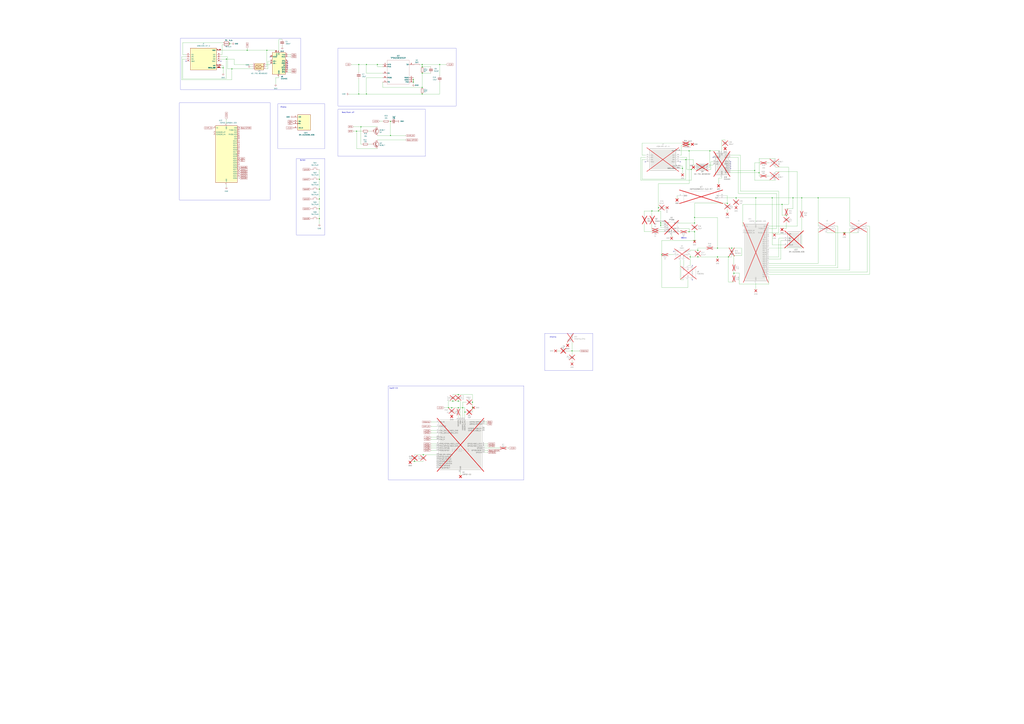
<source format=kicad_sch>
(kicad_sch (version 20250114) (generator "eeschema") (generator_version "9.0")
  (paper "A0")
  (rectangle (start 208.28 119.38) (end 313.69 232.41))
  (rectangle (start 392.43 127) (end 494.03 181.61))
  (rectangle (start 450.85 448.31) (end 608.33 557.53))
  (rectangle (start 344.17 184.15) (end 377.19 273.05))
  (rectangle (start 392.43 55.88) (end 529.59 123.19))
  (rectangle (start 209.55 44.45) (end 349.25 104.14))
  (rectangle (start 322.58 120.65) (end 377.19 172.72))
  (rectangle (start 632.46 387.35) (end 688.34 430.53))
  (text "Button" (at 351.536 186.182 0) (effects (font (size 1.27 1.27))))
  (text "580mA" (at 794.004 276.606 0) (effects (font (size 1.27 1.27))))
  (text "Antenna\n" (at 642.112 391.668 0) (effects (font (size 1.27 1.27))))
  (text "Boot/Start-UP" (at 404.114 130.81 0) (effects (font (size 1.27 1.27))))
  (text "Display" (at 329.184 124.46 0) (effects (font (size 1.27 1.27))))
  (text "Esp32-C3" (at 456.946 451.104 0) (effects (font (size 1.27 1.27))))
  (junction (at 801.37 298.45))
  (junction (at 490.22 77.47))
  (junction (at 767.08 261.62))
  (junction (at 262.89 68.58))
  (junction (at 800.1 167.64))
  (junction (at 896.62 229.87))
  (junction (at 806.45 252.73))
  (junction (at 806.45 279.4))
  (junction (at 370.84 254))
  (junction (at 453.39 140.97))
  (junction (at 491.49 528.32))
  (junction (at 806.45 269.24))
  (junction (at 833.12 288.29))
  (junction (at 548.64 473.71))
  (junction (at 520.7 473.71))
  (junction (at 881.38 200.66))
  (junction (at 854.71 229.87))
  (junction (at 913.13 250.19))
  (junction (at 980.44 270.51))
  (junction (at 920.75 229.87))
  (junction (at 370.84 231.14))
  (junction (at 490.22 85.09))
  (junction (at 537.21 473.71))
  (junction (at 490.22 74.93))
  (junction (at 416.56 74.93))
  (junction (at 792.48 195.58))
  (junction (at 438.15 74.93))
  (junction (at 852.17 317.5))
  (junction (at 481.33 535.94))
  (junction (at 810.26 298.45))
  (junction (at 414.02 152.4))
  (junction (at 480.06 95.25))
  (junction (at 930.91 229.87))
  (junction (at 370.84 242.57))
  (junction (at 876.3 198.12))
  (junction (at 796.29 185.42))
  (junction (at 425.45 74.93))
  (junction (at 419.1 147.32))
  (junction (at 800.1 175.26))
  (junction (at 767.08 259.08))
  (junction (at 525.78 466.09))
  (junction (at 806.45 259.08))
  (junction (at 532.13 466.09))
  (junction (at 849.63 288.29))
  (junction (at 824.23 175.26))
  (junction (at 844.55 236.22))
  (junction (at 764.54 245.11))
  (junction (at 287.02 58.42))
  (junction (at 532.13 458.47))
  (junction (at 539.75 478.79))
  (junction (at 266.7 50.8))
  (junction (at 802.64 196.85))
  (junction (at 800.1 269.24))
  (junction (at 877.57 229.87))
  (junction (at 664.21 407.67))
  (junction (at 269.24 80.01))
  (junction (at 810.26 290.83))
  (junction (at 756.92 245.11))
  (junction (at 949.96 229.87))
  (junction (at 548.64 467.36))
  (junction (at 259.08 78.74))
  (junction (at 845.82 298.45))
  (junction (at 764.54 241.3))
  (junction (at 532.13 473.71))
  (junction (at 425.45 109.22))
  (junction (at 480.06 92.71))
  (junction (at 309.88 58.42))
  (junction (at 524.51 473.71))
  (junction (at 370.84 208.28))
  (junction (at 490.22 109.22))
  (junction (at 490.22 101.6))
  (junction (at 908.05 237.49))
  (junction (at 416.56 109.22))
  (junction (at 510.54 74.93))
  (junction (at 768.35 295.91))
  (junction (at 833.12 298.45))
  (junction (at 453.39 157.48))
  (junction (at 370.84 219.71))
  (no_connect (at 803.91 308.61))
  (no_connect (at 334.01 76.2))
  (no_connect (at 256.54 71.12))
  (no_connect (at 215.9 71.12))
  (no_connect (at 848.36 187.96))
  (no_connect (at 828.04 182.88))
  (no_connect (at 848.36 195.58))
  (no_connect (at 334.01 71.12))
  (no_connect (at 789.94 187.96))
  (no_connect (at 749.3 187.96))
  (no_connect (at 334.01 73.66))
  (no_connect (at 803.91 325.12))
  (no_connect (at 848.36 190.5))
  (no_connect (at 334.01 78.74))
  (no_connect (at 848.36 193.04))
  (no_connect (at 782.32 292.1))
  (no_connect (at 313.69 66.04))
  (wire (pts (xy 789.94 182.88) (xy 797.56 182.88)))
  (wire (pts (xy 767.08 245.11) (xy 767.08 259.08)))
  (wire (pts (xy 416.56 74.93) (xy 416.56 83.82)))
  (wire (pts (xy 480.06 97.79) (xy 480.06 95.25)))
  (wire (pts (xy 906.78 300.99) (xy 906.78 279.4)))
  (wire (pts (xy 490.22 77.47) (xy 490.22 74.93)))
  (wire (pts (xy 212.09 68.58) (xy 212.09 91.44)))
  (wire (pts (xy 854.71 229.87) (xy 854.71 231.14)))
  (wire (pts (xy 500.38 510.54) (xy 506.73 510.54)))
  (wire (pts (xy 262.89 138.43) (xy 262.89 143.51)))
  (wire (pts (xy 972.82 311.15) (xy 892.81 311.15)))
  (wire (pts (xy 901.7 265.43) (xy 892.81 265.43)))
  (wire (pts (xy 262.89 91.44) (xy 262.89 68.58)))
  (wire (pts (xy 920.75 229.87) (xy 930.91 229.87)))
  (wire (pts (xy 256.54 63.5) (xy 257.81 63.5)))
  (wire (pts (xy 798.83 325.12) (xy 798.83 334.01)))
  (wire (pts (xy 562.61 520.7) (xy 580.39 520.7)))
  (wire (pts (xy 949.96 306.07) (xy 892.81 306.07)))
  (wire (pts (xy 1009.65 318.77) (xy 892.81 318.77)))
  (wire (pts (xy 800.1 269.24) (xy 806.45 269.24)))
  (wire (pts (xy 427.99 167.64) (xy 430.53 167.64)))
  (wire (pts (xy 510.54 74.93) (xy 518.16 74.93)))
  (wire (pts (xy 876.3 198.12) (xy 876.3 209.55)))
  (wire (pts (xy 370.84 260.35) (xy 370.84 254)))
  (wire (pts (xy 980.44 270.51) (xy 996.95 270.51)))
  (wire (pts (xy 892.81 300.99) (xy 906.78 300.99)))
  (wire (pts (xy 908.05 237.49) (xy 862.33 237.49)))
  (wire (pts (xy 904.24 276.86) (xy 909.32 276.86)))
  (wire (pts (xy 290.83 77.47) (xy 293.37 77.47)))
  (wire (pts (xy 490.22 85.09) (xy 500.38 85.09)))
  (wire (pts (xy 438.15 162.56) (xy 471.17 162.56)))
  (wire (pts (xy 890.27 204.47) (xy 892.81 204.47)))
  (wire (pts (xy 806.45 269.24) (xy 806.45 267.97)))
  (wire (pts (xy 257.81 52.07) (xy 259.08 52.07)))
  (wire (pts (xy 838.2 205.74) (xy 838.2 207.01)))
  (wire (pts (xy 792.48 193.04) (xy 792.48 195.58)))
  (wire (pts (xy 789.94 193.04) (xy 792.48 193.04)))
  (wire (pts (xy 673.1 407.67) (xy 664.21 407.67)))
  (wire (pts (xy 881.38 204.47) (xy 882.65 204.47)))
  (wire (pts (xy 323.85 45.72) (xy 323.85 58.42)))
  (wire (pts (xy 1009.65 262.89) (xy 1009.65 318.77)))
  (wire (pts (xy 908.05 265.43) (xy 913.13 265.43)))
  (wire (pts (xy 420.37 152.4) (xy 414.02 152.4)))
  (wire (pts (xy 882.65 189.23) (xy 876.3 189.23)))
  (wire (pts (xy 287.02 58.42) (xy 309.88 58.42)))
  (wire (pts (xy 770.89 264.16) (xy 767.08 264.16)))
  (wire (pts (xy 970.28 308.61) (xy 892.81 308.61)))
  (wire (pts (xy 800.1 213.36) (xy 800.1 175.26)))
  (wire (pts (xy 798.83 334.01) (xy 768.35 334.01)))
  (wire (pts (xy 215.9 68.58) (xy 212.09 68.58)))
  (wire (pts (xy 908.05 250.19) (xy 908.05 237.49)))
  (wire (pts (xy 852.17 317.5) (xy 852.17 320.04)))
  (wire (pts (xy 262.89 214.63) (xy 262.89 217.17)))
  (wire (pts (xy 532.13 473.71) (xy 532.13 474.98)))
  (wire (pts (xy 986.79 313.69) (xy 892.81 313.69)))
  (wire (pts (xy 800.1 175.26) (xy 824.23 175.26)))
  (wire (pts (xy 534.67 548.64) (xy 534.67 552.45)))
  (wire (pts (xy 838.2 162.56) (xy 842.01 162.56)))
  (wire (pts (xy 852.17 307.34) (xy 852.17 297.18)))
  (wire (pts (xy 788.67 269.24) (xy 789.94 269.24)))
  (wire (pts (xy 414.02 152.4) (xy 414.02 172.72)))
  (wire (pts (xy 913.13 250.19) (xy 913.13 251.46)))
  (wire (pts (xy 877.57 229.87) (xy 896.62 229.87)))
  (wire (pts (xy 859.79 180.34) (xy 859.79 222.25)))
  (wire (pts (xy 745.49 166.37) (xy 792.48 166.37)))
  (wire (pts (xy 309.88 77.47) (xy 309.88 58.42)))
  (wire (pts (xy 806.45 236.22) (xy 806.45 252.73)))
  (wire (pts (xy 909.32 284.48) (xy 896.62 284.48)))
  (wire (pts (xy 793.75 302.26) (xy 793.75 308.61)))
  (wire (pts (xy 562.61 523.24) (xy 566.42 523.24)))
  (wire (pts (xy 748.03 245.11) (xy 748.03 250.19)))
  (wire (pts (xy 425.45 90.17) (xy 425.45 109.22)))
  (wire (pts (xy 548.64 467.36) (xy 548.64 473.71)))
  (wire (pts (xy 848.36 200.66) (xy 881.38 200.66)))
  (wire (pts (xy 822.96 196.85) (xy 825.5 196.85)))
  (wire (pts (xy 259.08 78.74) (xy 259.08 85.09)))
  (wire (pts (xy 311.15 71.12) (xy 313.69 71.12)))
  (wire (pts (xy 852.17 297.18) (xy 861.06 297.18)))
  (wire (pts (xy 877.57 229.87) (xy 877.57 257.81)))
  (wire (pts (xy 256.54 58.42) (xy 287.02 58.42)))
  (wire (pts (xy 1007.11 265.43) (xy 1007.11 316.23)))
  (wire (pts (xy 425.45 109.22) (xy 490.22 109.22)))
  (wire (pts (xy 825.5 187.96) (xy 828.04 187.96)))
  (wire (pts (xy 892.81 321.31) (xy 892.81 330.2)))
  (wire (pts (xy 425.45 74.93) (xy 438.15 74.93)))
  (wire (pts (xy 768.35 295.91) (xy 768.35 279.4)))
  (wire (pts (xy 490.22 77.47) (xy 500.38 77.47)))
  (wire (pts (xy 801.37 292.1) (xy 801.37 290.83)))
  (wire (pts (xy 913.13 250.19) (xy 908.05 250.19)))
  (wire (pts (xy 334.01 83.82) (xy 337.82 83.82)))
  (wire (pts (xy 859.79 222.25) (xy 904.24 222.25)))
  (wire (pts (xy 854.71 229.87) (xy 877.57 229.87)))
  (wire (pts (xy 407.67 74.93) (xy 416.56 74.93)))
  (wire (pts (xy 858.52 330.2) (xy 858.52 317.5)))
  (wire (pts (xy 824.23 175.26) (xy 835.66 175.26)))
  (wire (pts (xy 791.21 168.91) (xy 792.48 168.91)))
  (wire (pts (xy 539.75 478.79) (xy 539.75 473.71)))
  (wire (pts (xy 212.09 63.5) (xy 215.9 63.5)))
  (wire (pts (xy 876.3 189.23) (xy 876.3 198.12)))
  (wire (pts (xy 779.78 273.05) (xy 779.78 275.59)))
  (wire (pts (xy 212.09 91.44) (xy 262.89 91.44)))
  (wire (pts (xy 986.79 229.87) (xy 949.96 229.87)))
  (wire (pts (xy 854.71 238.76) (xy 854.71 240.03)))
  (wire (pts (xy 797.56 182.88) (xy 797.56 196.85)))
  (wire (pts (xy 327.66 53.34) (xy 327.66 54.61)))
  (wire (pts (xy 416.56 109.22) (xy 425.45 109.22)))
  (wire (pts (xy 308.61 74.93) (xy 313.69 74.93)))
  (wire (pts (xy 828.04 288.29) (xy 833.12 288.29)))
  (wire (pts (xy 796.29 208.28) (xy 796.29 185.42)))
  (wire (pts (xy 845.82 327.66) (xy 845.82 298.45)))
  (wire (pts (xy 900.43 199.39) (xy 925.83 199.39)))
  (wire (pts (xy 824.23 194.31) (xy 824.23 175.26)))
  (wire (pts (xy 745.49 180.34) (xy 745.49 166.37)))
  (wire (pts (xy 877.57 328.93) (xy 877.57 336.55)))
  (wire (pts (xy 500.38 518.16) (xy 506.73 518.16)))
  (wire (pts (xy 833.12 252.73) (xy 806.45 252.73)))
  (wire (pts (xy 476.25 535.94) (xy 481.33 535.94)))
  (wire (pts (xy 532.13 458.47) (xy 548.64 458.47)))
  (wire (pts (xy 370.84 208.28) (xy 370.84 219.71)))
  (wire (pts (xy 810.26 298.45) (xy 833.12 298.45)))
  (wire (pts (xy 756.92 269.24) (xy 748.03 269.24)))
  (wire (pts (xy 792.48 195.58) (xy 792.48 201.93)))
  (wire (pts (xy 664.21 407.67) (xy 664.21 411.48)))
  (wire (pts (xy 256.54 68.58) (xy 262.89 68.58)))
  (wire (pts (xy 770.89 261.62) (xy 767.08 261.62)))
  (wire (pts (xy 269.24 80.01) (xy 293.37 80.01)))
  (wire (pts (xy 520.7 473.71) (xy 524.51 473.71)))
  (wire (pts (xy 949.96 265.43) (xy 949.96 306.07)))
  (wire (pts (xy 892.81 330.2) (xy 858.52 330.2)))
  (wire (pts (xy 825.5 187.96) (xy 825.5 196.85)))
  (wire (pts (xy 745.49 180.34) (xy 749.3 180.34)))
  (wire (pts (xy 925.83 262.89) (xy 892.81 262.89)))
  (wire (pts (xy 789.94 302.26) (xy 789.94 325.12)))
  (wire (pts (xy 806.45 259.08) (xy 806.45 260.35)))
  (wire (pts (xy 986.79 265.43) (xy 986.79 313.69)))
  (wire (pts (xy 844.55 236.22) (xy 806.45 236.22)))
  (wire (pts (xy 308.61 77.47) (xy 309.88 77.47)))
  (wire (pts (xy 915.67 194.31) (xy 915.67 237.49)))
  (wire (pts (xy 562.61 515.62) (xy 566.42 515.62)))
  (wire (pts (xy 453.39 140.97) (xy 453.39 157.48)))
  (wire (pts (xy 892.81 270.51) (xy 904.24 270.51)))
  (wire (pts (xy 480.06 92.71) (xy 480.06 90.17)))
  (wire (pts (xy 844.55 227.33) (xy 844.55 236.22)))
  (wire (pts (xy 806.45 194.31) (xy 807.72 194.31)))
  (wire (pts (xy 949.96 262.89) (xy 949.96 229.87)))
  (wire (pts (xy 1007.11 316.23) (xy 892.81 316.23)))
  (wire (pts (xy 539.75 478.79) (xy 539.75 485.14)))
  (wire (pts (xy 796.29 185.42) (xy 805.18 185.42)))
  (wire (pts (xy 500.38 500.38) (xy 506.73 500.38)))
  (wire (pts (xy 410.21 147.32) (xy 419.1 147.32)))
  (wire (pts (xy 764.54 213.36) (xy 800.1 213.36)))
  (wire (pts (xy 810.26 288.29) (xy 810.26 290.83)))
  (wire (pts (xy 756.92 245.11) (xy 764.54 245.11)))
  (wire (pts (xy 833.12 298.45) (xy 845.82 298.45)))
  (wire (pts (xy 524.51 481.33) (xy 524.51 482.6)))
  (wire (pts (xy 805.18 191.77) (xy 807.72 191.77)))
  (wire (pts (xy 210.82 66.04) (xy 210.82 92.71)))
  (wire (pts (xy 264.16 66.04) (xy 264.16 80.01)))
  (wire (pts (xy 646.43 407.67) (xy 650.24 407.67)))
  (wire (pts (xy 534.67 466.09) (xy 532.13 466.09)))
  (wire (pts (xy 930.91 288.29) (xy 892.81 288.29)))
  (wire (pts (xy 323.85 45.72) (xy 327.66 45.72)))
  (wire (pts (xy 801.37 290.83) (xy 810.26 290.83)))
  (wire (pts (xy 861.06 297.18) (xy 861.06 288.29)))
  (wire (pts (xy 772.16 241.3) (xy 773.43 241.3)))
  (wire (pts (xy 858.52 317.5) (xy 852.17 317.5)))
  (wire (pts (xy 802.64 209.55) (xy 802.64 196.85)))
  (wire (pts (xy 370.84 231.14) (xy 370.84 242.57)))
  (wire (pts (xy 370.84 242.57) (xy 370.84 254)))
  (wire (pts (xy 334.01 81.28) (xy 337.82 81.28)))
  (wire (pts (xy 748.03 245.11) (xy 756.92 245.11)))
  (wire (pts (xy 881.38 184.15) (xy 900.43 184.15)))
  (wire (pts (xy 515.62 473.71) (xy 520.7 473.71)))
  (wire (pts (xy 1007.11 262.89) (xy 1009.65 262.89)))
  (wire (pts (xy 659.13 397.51) (xy 659.13 400.05)))
  (wire (pts (xy 900.43 194.31) (xy 915.67 194.31)))
  (wire (pts (xy 788.67 265.43) (xy 800.1 265.43)))
  (wire (pts (xy 323.85 88.9) (xy 323.85 90.17)))
  (wire (pts (xy 419.1 147.32) (xy 438.15 147.32)))
  (wire (pts (xy 308.61 80.01) (xy 311.15 80.01)))
  (wire (pts (xy 212.09 63.5) (xy 212.09 49.53)))
  (wire (pts (xy 789.94 195.58) (xy 792.48 195.58)))
  (wire (pts (xy 913.13 242.57) (xy 920.75 242.57)))
  (wire (pts (xy 810.26 288.29) (xy 820.42 288.29)))
  (wire (pts (xy 801.37 308.61) (xy 798.83 308.61)))
  (wire (pts (xy 262.89 68.58) (xy 271.78 68.58)))
  (wire (pts (xy 828.04 191.77) (xy 828.04 190.5)))
  (wire (pts (xy 657.86 407.67) (xy 664.21 407.67)))
  (wire (pts (xy 881.38 184.15) (xy 881.38 200.66)))
  (wire (pts (xy 789.94 175.26) (xy 800.1 175.26)))
  (wire (pts (xy 904.24 270.51) (xy 904.24 222.25)))
  (wire (pts (xy 444.5 95.25) (xy 444.5 101.6)))
  (wire (pts (xy 320.04 90.17) (xy 320.04 97.79)))
  (wire (pts (xy 904.24 298.45) (xy 904.24 276.86)))
  (wire (pts (xy 537.21 473.71) (xy 537.21 467.36)))
  (wire (pts (xy 480.06 95.25) (xy 480.06 92.71)))
  (wire (pts (xy 419.1 167.64) (xy 420.37 167.64)))
  (wire (pts (xy 266.7 49.53) (xy 266.7 50.8)))
  (wire (pts (xy 789.94 180.34) (xy 791.21 180.34)))
  (wire (pts (xy 806.45 269.24) (xy 806.45 279.4)))
  (wire (pts (xy 269.24 92.71) (xy 269.24 80.01)))
  (wire (pts (xy 256.54 78.74) (xy 259.08 78.74)))
  (wire (pts (xy 913.13 265.43) (xy 913.13 259.08)))
  (wire (pts (xy 801.37 298.45) (xy 801.37 308.61)))
  (wire (pts (xy 534.67 485.14) (xy 534.67 466.09)))
  (wire (pts (xy 822.96 194.31) (xy 824.23 194.31)))
  (wire (pts (xy 775.97 295.91) (xy 782.32 295.91)))
  (wire (pts (xy 838.2 207.01) (xy 834.39 207.01)))
  (wire (pts (xy 930.91 245.11) (xy 930.91 229.87)))
  (wire (pts (xy 525.78 458.47) (xy 532.13 458.47)))
  (wire (pts (xy 539.75 478.79) (xy 541.02 478.79)))
  (wire (pts (xy 500.38 502.92) (xy 506.73 502.92)))
  (wire (pts (xy 857.25 182.88) (xy 857.25 224.79)))
  (wire (pts (xy 768.35 334.01) (xy 768.35 295.91)))
  (wire (pts (xy 370.84 219.71) (xy 370.84 231.14)))
  (wire (pts (xy 266.7 50.8) (xy 269.24 50.8)))
  (wire (pts (xy 768.35 279.4) (xy 806.45 279.4)))
  (wire (pts (xy 264.16 80.01) (xy 269.24 80.01)))
  (wire (pts (xy 525.78 466.09) (xy 532.13 466.09)))
  (wire (pts (xy 287.02 55.88) (xy 287.02 58.42)))
  (wire (pts (xy 520.7 473.71) (xy 520.7 466.09)))
  (wire (pts (xy 562.61 525.78) (xy 566.42 525.78)))
  (wire (pts (xy 800.1 167.64) (xy 802.64 167.64)))
  (wire (pts (xy 311.15 71.12) (xy 311.15 80.01)))
  (wire (pts (xy 786.13 227.33) (xy 786.13 231.14)))
  (wire (pts (xy 801.37 295.91) (xy 801.37 298.45)))
  (wire (pts (xy 749.3 182.88) (xy 744.22 182.88)))
  (wire (pts (xy 842.01 229.87) (xy 854.71 229.87)))
  (wire (pts (xy 767.08 245.11) (xy 764.54 245.11)))
  (wire (pts (xy 259.08 76.2) (xy 259.08 78.74)))
  (wire (pts (xy 664.21 397.51) (xy 664.21 407.67)))
  (wire (pts (xy 271.78 68.58) (xy 271.78 74.93)))
  (wire (pts (xy 562.61 492.76) (xy 565.15 492.76)))
  (wire (pts (xy 852.17 327.66) (xy 845.82 327.66)))
  (wire (pts (xy 764.54 266.7) (xy 770.89 266.7)))
  (wire (pts (xy 500.38 523.24) (xy 506.73 523.24)))
  (wire (pts (xy 444.5 77.47) (xy 438.15 77.47)))
  (wire (pts (xy 438.15 74.93) (xy 444.5 74.93)))
  (wire (pts (xy 800.1 166.37) (xy 800.1 167.64)))
  (wire (pts (xy 481.33 528.32) (xy 491.49 528.32)))
  (wire (pts (xy 770.89 269.24) (xy 764.54 269.24)))
  (wire (pts (xy 861.06 288.29) (xy 849.63 288.29)))
  (wire (pts (xy 842.01 227.33) (xy 844.55 227.33)))
  (wire (pts (xy 881.38 200.66) (xy 881.38 204.47)))
  (wire (pts (xy 848.36 180.34) (xy 859.79 180.34)))
  (wire (pts (xy 510.54 74.93) (xy 490.22 74.93)))
  (wire (pts (xy 537.21 467.36) (xy 541.02 467.36)))
  (wire (pts (xy 822.96 191.77) (xy 828.04 191.77)))
  (wire (pts (xy 425.45 90.17) (xy 444.5 90.17)))
  (wire (pts (xy 838.2 162.56) (xy 838.2 175.26)))
  (wire (pts (xy 500.38 515.62) (xy 506.73 515.62)))
  (wire (pts (xy 805.18 185.42) (xy 805.18 191.77)))
  (wire (pts (xy 791.21 180.34) (xy 791.21 168.91)))
  (wire (pts (xy 789.94 185.42) (xy 796.29 185.42)))
  (wire (pts (xy 876.3 209.55) (xy 900.43 209.55)))
  (wire (pts (xy 419.1 147.32) (xy 419.1 167.64)))
  (wire (pts (xy 510.54 109.22) (xy 490.22 109.22)))
  (wire (pts (xy 797.56 269.24) (xy 800.1 269.24)))
  (wire (pts (xy 548.64 473.71) (xy 548.64 478.79)))
  (wire (pts (xy 562.61 518.16) (xy 566.42 518.16)))
  (wire (pts (xy 848.36 182.88) (xy 857.25 182.88)))
  (wire (pts (xy 414.02 172.72) (xy 438.15 172.72)))
  (wire (pts (xy 960.12 270.51) (xy 980.44 270.51)))
  (wire (pts (xy 970.28 265.43) (xy 970.28 308.61)))
  (wire (pts (xy 416.56 91.44) (xy 416.56 109.22)))
  (wire (pts (xy 748.03 269.24) (xy 748.03 257.81)))
  (wire (pts (xy 256.54 76.2) (xy 259.08 76.2)))
  (wire (pts (xy 334.01 63.5) (xy 337.82 63.5)))
  (wire (pts (xy 986.79 262.89) (xy 986.79 229.87)))
  (wire (pts (xy 744.22 182.88) (xy 744.22 209.55)))
  (wire (pts (xy 444.5 85.09) (xy 425.45 85.09)))
  (wire (pts (xy 416.56 74.93) (xy 425.45 74.93)))
  (wire (pts (xy 257.81 63.5) (xy 257.81 52.07)))
  (wire (pts (xy 848.36 198.12) (xy 876.3 198.12)))
  (wire (pts (xy 834.39 207.01) (xy 834.39 214.63)))
  (wire (pts (xy 481.33 535.94) (xy 491.49 535.94)))
  (wire (pts (xy 801.37 298.45) (xy 810.26 298.45)))
  (wire (pts (xy 212.09 49.53) (xy 259.08 49.53)))
  (wire (pts (xy 664.21 419.1) (xy 664.21 421.64)))
  (wire (pts (xy 806.45 252.73) (xy 806.45 259.08)))
  (wire (pts (xy 266.7 50.8) (xy 266.7 52.07)))
  (wire (pts (xy 756.92 266.7) (xy 756.92 257.81)))
  (wire (pts (xy 925.83 199.39) (xy 925.83 262.89)))
  (wire (pts (xy 210.82 92.71) (xy 269.24 92.71)))
  (wire (pts (xy 896.62 284.48) (xy 896.62 229.87)))
  (wire (pts (xy 970.28 262.89) (xy 972.82 262.89)))
  (wire (pts (xy 500.38 508) (xy 506.73 508)))
  (wire (pts (xy 892.81 298.45) (xy 904.24 298.45)))
  (wire (pts (xy 764.54 213.36) (xy 764.54 241.3)))
  (wire (pts (xy 833.12 298.45) (xy 833.12 300.99)))
  (wire (pts (xy 789.94 325.12) (xy 793.75 325.12)))
  (wire (pts (xy 800.1 167.64) (xy 800.1 168.91)))
  (wire (pts (xy 490.22 74.93) (xy 487.68 74.93)))
  (wire (pts (xy 800.1 265.43) (xy 800.1 269.24)))
  (wire (pts (xy 539.75 473.71) (xy 537.21 473.71)))
  (wire (pts (xy 370.84 196.85) (xy 370.84 208.28)))
  (wire (pts (xy 915.67 237.49) (xy 908.05 237.49)))
  (wire (pts (xy 890.27 189.23) (xy 892.81 189.23)))
  (wire (pts (xy 949.96 229.87) (xy 930.91 229.87)))
  (wire (pts (xy 852.17 314.96) (xy 852.17 317.5)))
  (wire (pts (xy 440.69 140.97) (xy 444.5 140.97)))
  (wire (pts (xy 410.21 152.4) (xy 414.02 152.4)))
  (wire (pts (xy 920.75 242.57) (xy 920.75 229.87)))
  (wire (pts (xy 770.89 259.08) (xy 767.08 259.08)))
  (wire (pts (xy 524.51 473.71) (xy 532.13 473.71)))
  (wire (pts (xy 901.7 224.79) (xy 901.7 265.43)))
  (wire (pts (xy 510.54 95.25) (xy 510.54 109.22)))
  (wire (pts (xy 844.55 243.84) (xy 844.55 247.65)))
  (wire (pts (xy 215.9 66.04) (xy 210.82 66.04)))
  (wire (pts (xy 444.5 101.6) (xy 490.22 101.6)))
  (wire (pts (xy 842.01 170.18) (xy 842.01 171.45)))
  (wire (pts (xy 490.22 85.09) (xy 490.22 101.6)))
  (wire (pts (xy 500.38 490.22) (xy 506.73 490.22)))
  (wire (pts (xy 537.21 485.14) (xy 537.21 473.71)))
  (wire (pts (xy 788.67 259.08) (xy 806.45 259.08)))
  (wire (pts (xy 500.38 495.3) (xy 506.73 495.3)))
  (wire (pts (xy 862.33 237.49) (xy 862.33 262.89)))
  (wire (pts (xy 972.82 262.89) (xy 972.82 311.15)))
  (wire (pts (xy 833.12 288.29) (xy 849.63 288.29)))
  (wire (pts (xy 562.61 490.22) (xy 565.15 490.22)))
  (wire (pts (xy 749.3 185.42) (xy 745.49 185.42)))
  (wire (pts (xy 438.15 77.47) (xy 438.15 74.93)))
  (wire (pts (xy 845.82 298.45) (xy 849.63 298.45)))
  (wire (pts (xy 744.22 209.55) (xy 802.64 209.55)))
  (wire (pts (xy 930.91 252.73) (xy 930.91 288.29)))
  (wire (pts (xy 767.08 264.16) (xy 767.08 261.62)))
  (wire (pts (xy 896.62 229.87) (xy 920.75 229.87)))
  (wire (pts (xy 802.64 196.85) (xy 807.72 196.85)))
  (wire (pts (xy 899.16 271.78) (xy 909.32 271.78)))
  (wire (pts (xy 520.7 466.09) (xy 525.78 466.09)))
  (wire (pts (xy 833.12 288.29) (xy 833.12 252.73)))
  (wire (pts (xy 438.15 157.48) (xy 453.39 157.48)))
  (wire (pts (xy 588.01 520.7) (xy 590.55 520.7)))
  (wire (pts (xy 427.99 152.4) (xy 430.53 152.4)))
  (wire (pts (xy 901.7 224.79) (xy 857.25 224.79)))
  (wire (pts (xy 532.13 482.6) (xy 532.13 485.14)))
  (wire (pts (xy 323.85 90.17) (xy 320.04 90.17)))
  (wire (pts (xy 453.39 157.48) (xy 471.17 157.48)))
  (wire (pts (xy 764.54 241.3) (xy 764.54 245.11)))
  (wire (pts (xy 797.56 196.85) (xy 802.64 196.85)))
  (wire (pts (xy 313.69 74.93) (xy 313.69 73.66)))
  (wire (pts (xy 425.45 85.09) (xy 425.45 74.93)))
  (wire (pts (xy 906.78 279.4) (xy 909.32 279.4)))
  (wire (pts (xy 767.08 261.62) (xy 767.08 259.08)))
  (wire (pts (xy 548.64 458.47) (xy 548.64 467.36)))
  (wire (pts (xy 271.78 74.93) (xy 293.37 74.93)))
  (wire (pts (xy 405.13 109.22) (xy 416.56 109.22)))
  (wire (pts (xy 452.12 140.97) (xy 453.39 140.97)))
  (wire (pts (xy 532.13 473.71) (xy 537.21 473.71)))
  (wire (pts (xy 756.92 245.11) (xy 756.92 250.19)))
  (wire (pts (xy 745.49 208.28) (xy 796.29 208.28)))
  (wire (pts (xy 510.54 87.63) (xy 510.54 74.93)))
  (wire (pts (xy 334.01 66.04) (xy 337.82 66.04)))
  (wire (pts (xy 256.54 66.04) (xy 264.16 66.04)))
  (wire (pts (xy 491.49 528.32) (xy 506.73 528.32)))
  (wire (pts (xy 500.38 520.7) (xy 506.73 520.7)))
  (wire (pts (xy 745.49 185.42) (xy 745.49 208.28)))
  (wire (pts (xy 309.88 58.42) (xy 321.31 58.42)))
  (global_label "RTS" (shape input) (at 410.21 147.32 180) (property "Intersheetrefs" "${INTERSHEET_REFS}" (effects (hide yes))))
  (global_label "SDA" (shape input) (at 340.36 140.97 180) (property "Intersheetrefs" "${INTERSHEET_REFS}" (effects (hide yes))))
  (global_label "RXD" (shape input) (at 565.15 490.22 0) (property "Intersheetrefs" "${INTERSHEET_REFS}" (effects (hide yes))))
  (global_label "+Oszi" (shape input) (at 500.38 510.54 180) (property "Intersheetrefs" "${INTERSHEET_REFS}" (effects (hide yes))))
  (global_label "Boot/GPIO9" (shape input) (at 278.13 148.59 0) (property "Intersheetrefs" "${INTERSHEET_REFS}" (effects (hide yes))))
  (global_label "GPIO4" (shape input) (at 500.38 515.62 180) (property "Intersheetrefs" "${INTERSHEET_REFS}" (effects (hide yes))))
  (global_label "+5V" (shape input) (at 407.67 74.93 180) (property "Intersheetrefs" "${INTERSHEET_REFS}" (effects (hide yes))))
  (global_label "Gpio33" (shape input) (at 360.68 231.14 180) (property "Intersheetrefs" "${INTERSHEET_REFS}" (effects (hide yes))))
  (global_label "+3,3V" (shape input) (at 518.16 74.93 0) (property "Intersheetrefs" "${INTERSHEET_REFS}" (effects (hide yes))))
  (global_label "Antenna" (shape input) (at 673.1 407.67 0) (property "Intersheetrefs" "${INTERSHEET_REFS}" (effects (hide yes))))
  (global_label "GPIO0" (shape input) (at 500.38 500.38 180) (property "Intersheetrefs" "${INTERSHEET_REFS}" (effects (hide yes))))
  (global_label "DTR" (shape input) (at 337.82 81.28 0) (property "Intersheetrefs" "${INTERSHEET_REFS}" (effects (hide yes))))
  (global_label "-Oszi" (shape input) (at 500.38 508 180) (property "Intersheetrefs" "${INTERSHEET_REFS}" (effects (hide yes))))
  (global_label "TXD" (shape input) (at 337.82 63.5 0) (property "Intersheetrefs" "${INTERSHEET_REFS}" (effects (hide yes))))
  (global_label "GPIO7" (shape input) (at 500.38 523.24 180) (property "Intersheetrefs" "${INTERSHEET_REFS}" (effects (hide yes))))
  (global_label "GPIO1" (shape input) (at 500.38 502.92 180) (property "Intersheetrefs" "${INTERSHEET_REFS}" (effects (hide yes))))
  (global_label "Gpio34" (shape input) (at 278.13 204.47 0) (property "Intersheetrefs" "${INTERSHEET_REFS}" (effects (hide yes))))
  (global_label "Gpio32" (shape input) (at 360.68 219.71 180) (property "Intersheetrefs" "${INTERSHEET_REFS}" (effects (hide yes))))
  (global_label "+3,3V" (shape input) (at 262.89 138.43 90) (property "Intersheetrefs" "${INTERSHEET_REFS}" (effects (hide yes))))
  (global_label "+5V" (shape input) (at 287.02 55.88 90) (property "Intersheetrefs" "${INTERSHEET_REFS}" (effects (hide yes))))
  (global_label "+3,3V" (shape input) (at 340.36 148.59 180) (property "Intersheetrefs" "${INTERSHEET_REFS}" (effects (hide yes))))
  (global_label "GPIO2" (shape input) (at 566.42 515.62 0) (property "Intersheetrefs" "${INTERSHEET_REFS}" (effects (hide yes))))
  (global_label "Boot/GPIO9" (shape input) (at 566.42 523.24 0) (property "Intersheetrefs" "${INTERSHEET_REFS}" (effects (hide yes))))
  (global_label "SCL" (shape input) (at 278.13 186.69 0) (property "Intersheetrefs" "${INTERSHEET_REFS}" (effects (hide yes))))
  (global_label "+3,3V" (shape input) (at 515.62 473.71 180) (property "Intersheetrefs" "${INTERSHEET_REFS}" (effects (hide yes))))
  (global_label "SDA" (shape input) (at 278.13 184.15 0) (property "Intersheetrefs" "${INTERSHEET_REFS}" (effects (hide yes))))
  (global_label "SCL" (shape input) (at 340.36 143.51 180) (property "Intersheetrefs" "${INTERSHEET_REFS}" (effects (hide yes))))
  (global_label "CHIP_EN" (shape input) (at 500.38 495.3 180) (property "Intersheetrefs" "${INTERSHEET_REFS}" (effects (hide yes))))
  (global_label "Gpio27" (shape input) (at 278.13 196.85 0) (property "Intersheetrefs" "${INTERSHEET_REFS}" (effects (hide yes))))
  (global_label "CHIP_EN" (shape input) (at 471.17 157.48 0) (property "Intersheetrefs" "${INTERSHEET_REFS}" (effects (hide yes))))
  (global_label "+3,3V" (shape input) (at 440.69 140.97 180) (property "Intersheetrefs" "${INTERSHEET_REFS}" (effects (hide yes))))
  (global_label "Gpio34" (shape input) (at 360.68 242.57 180) (property "Intersheetrefs" "${INTERSHEET_REFS}" (effects (hide yes))))
  (global_label "Gpio26" (shape input) (at 360.68 196.85 180) (property "Intersheetrefs" "${INTERSHEET_REFS}" (effects (hide yes))))
  (global_label "Gpio35" (shape input) (at 278.13 207.01 0) (property "Intersheetrefs" "${INTERSHEET_REFS}" (effects (hide yes))))
  (global_label "Antenna" (shape input) (at 500.38 490.22 180) (property "Intersheetrefs" "${INTERSHEET_REFS}" (effects (hide yes))))
  (global_label "+3,3V" (shape input) (at 590.55 520.7 0) (property "Intersheetrefs" "${INTERSHEET_REFS}" (effects (hide yes))))
  (global_label "Gpio26" (shape input) (at 278.13 194.31 0) (property "Intersheetrefs" "${INTERSHEET_REFS}" (effects (hide yes))))
  (global_label "GPIO5" (shape input) (at 500.38 518.16 180) (property "Intersheetrefs" "${INTERSHEET_REFS}" (effects (hide yes))))
  (global_label "GPIO10" (shape input) (at 566.42 525.78 0) (property "Intersheetrefs" "${INTERSHEET_REFS}" (effects (hide yes))))
  (global_label "DTR" (shape input) (at 410.21 152.4 180) (property "Intersheetrefs" "${INTERSHEET_REFS}" (effects (hide yes))))
  (global_label "Gpio33" (shape input) (at 278.13 201.93 0) (property "Intersheetrefs" "${INTERSHEET_REFS}" (effects (hide yes))))
  (global_label "Boot/GPIO9" (shape input) (at 471.17 162.56 0) (property "Intersheetrefs" "${INTERSHEET_REFS}" (effects (hide yes))))
  (global_label "GPIO3" (shape input) (at 566.42 518.16 0) (property "Intersheetrefs" "${INTERSHEET_REFS}" (effects (hide yes))))
  (global_label "RTS" (shape input) (at 337.82 83.82 0) (property "Intersheetrefs" "${INTERSHEET_REFS}" (effects (hide yes))))
  (global_label "Gpio32" (shape input) (at 278.13 199.39 0) (property "Intersheetrefs" "${INTERSHEET_REFS}" (effects (hide yes))))
  (global_label "TXD" (shape input) (at 565.15 492.76 0) (property "Intersheetrefs" "${INTERSHEET_REFS}" (effects (hide yes))))
  (global_label "Gpio35" (shape input) (at 360.68 254 180) (property "Intersheetrefs" "${INTERSHEET_REFS}" (effects (hide yes))))
  (global_label "Gpio27" (shape input) (at 360.68 208.28 180) (property "Intersheetrefs" "${INTERSHEET_REFS}" (effects (hide yes))))
  (global_label "RXD" (shape input) (at 337.82 66.04 0) (property "Intersheetrefs" "${INTERSHEET_REFS}" (effects (hide yes))))
  (global_label "CHIP_EN" (shape input) (at 247.65 148.59 180) (property "Intersheetrefs" "${INTERSHEET_REFS}" (effects (hide yes))))
  (global_label "GPIO6" (shape input) (at 500.38 520.7 180) (property "Intersheetrefs" "${INTERSHEET_REFS}" (effects (hide yes))))
  (symbol (lib_id "Device:C") (at 524.51 477.52 180) (unit 1) (in_bom no) (on_board no) (dnp yes)
    (property "Reference" "C1" (at 521.462 479.298 0) (effects (justify left)))
    (property "Value" "10uF" (at 520.7 476.25 0) (effects (justify left)))
    (property "Footprint" "Capacitor_SMD:C_0603_1608Metric_Pad1.08x0.95mm_HandSolder" (effects (hide yes)))
    (property "Description" "Unpolarized capacitor" (effects (hide yes)))
  )
  (symbol (lib_id "Switch:SW_Push") (at 365.76 208.28 0) (unit 1)
    (property "Reference" "SW2" (at 365.76 200.66 0))
    (property "Value" "SW_Push" (at 365.76 203.2 0))
    (property "Footprint" "Button_Switch_THT:SW_PUSH_6mm_H4.3mm" (effects (hide yes)))
    (property "Description" "Push button switch, generic, two pins" (effects (hide yes)))
  )
  (symbol (lib_id "power:GND") (at 833.12 300.99 0) (unit 1) (in_bom no) (on_board no) (dnp yes)
    (property "Reference" "#PWR023" (effects (hide yes)))
    (property "Value" "GND" (at 833.12 306.07 0))
    (property "Description" "Power symbol creates a global label with name \"GND\" , ground" (effects (hide yes)))
  )
  (symbol (lib_id "Device:C") (at 654.05 407.67 90) (unit 1) (in_bom no) (on_board no) (dnp yes)
    (property "Reference" "C11" (at 655.32 404.114 90) (effects (justify left)))
    (property "Value" "1p" (at 656.082 402.082 90) (effects (justify left)))
    (property "Footprint" "Capacitor_SMD:C_0603_1608Metric_Pad1.08x0.95mm_HandSolder" (effects (hide yes)))
    (property "Description" "Unpolarized capacitor" (effects (hide yes)))
  )
  (symbol (lib_id "Device:R") (at 852.17 311.15 180) (unit 1) (in_bom no) (on_board no) (dnp yes)
    (property "Reference" "R17" (at 857.25 310.896 90))
    (property "Value" "10k" (at 854.71 310.896 90))
    (property "Footprint" "Resistor_SMD:R_0603_1608Metric_Pad0.98x0.95mm_HandSolder" (effects (hide yes)))
    (property "Description" "Resistor" (effects (hide yes)))
  )
  (symbol (lib_id "Device:R") (at 886.46 204.47 90) (unit 1) (in_bom no) (on_board no) (dnp yes)
    (property "Reference" "R20" (at 886.206 199.39 90))
    (property "Value" "10k" (at 886.46 201.422 90))
    (property "Footprint" "Resistor_SMD:R_0603_1608Metric_Pad0.98x0.95mm_HandSolder" (effects (hide yes)))
    (property "Description" "Resistor" (effects (hide yes)))
  )
  (symbol (lib_id "power:GND") (at 524.51 482.6 0) (unit 1) (in_bom no) (on_board no) (dnp yes)
    (property "Reference" "#PWR02" (effects (hide yes)))
    (property "Value" "GND" (at 524.51 487.68 0))
    (property "Description" "Power symbol creates a global label with name \"GND\" , ground" (effects (hide yes)))
  )
  (symbol (lib_id "Device:C") (at 525.78 462.28 180) (unit 1) (in_bom no) (on_board no) (dnp yes)
    (property "Reference" "C6" (at 522.224 461.01 90) (effects (justify left)))
    (property "Value" "0.1uF" (at 520.192 460.248 90) (effects (justify left)))
    (property "Footprint" "Capacitor_SMD:C_0603_1608Metric_Pad1.08x0.95mm_HandSolder" (effects (hide yes)))
    (property "Description" "Unpolarized capacitor" (effects (hide yes)))
  )
  (symbol (lib_id "Device:R") (at 796.29 168.91 90) (unit 1) (in_bom no) (on_board no) (dnp yes)
    (property "Reference" "R15" (at 796.29 170.942 90))
    (property "Value" "5.1k" (at 800.1 170.942 90))
    (property "Footprint" "Resistor_SMD:R_0603_1608Metric_Pad0.98x0.95mm_HandSolder" (effects (hide yes)))
    (property "Description" "Resistor" (effects (hide yes)))
  )
  (symbol (lib_id "Device:LED") (at 748.03 254 90) (unit 1) (in_bom no) (on_board no) (dnp yes)
    (property "Reference" "D1" (at 751.84 254.3174 90) (effects (justify right)))
    (property "Value" "RED" (at 751.84 256.8574 90) (effects (justify right)))
    (property "Footprint" "LED_SMD:LED_0603_1608Metric_Pad1.05x0.95mm_HandSolder" (effects (hide yes)))
    (property "Description" "Light emitting diode" (effects (hide yes)))
  )
  (symbol (lib_id "Device:R") (at 824.23 288.29 270) (unit 1) (in_bom no) (on_board no) (dnp yes)
    (property "Reference" "R16" (at 823.976 283.21 90))
    (property "Value" "100" (at 823.976 285.75 90))
    (property "Footprint" "Resistor_SMD:R_0603_1608Metric_Pad0.98x0.95mm_HandSolder" (effects (hide yes)))
    (property "Description" "Resistor" (effects (hide yes)))
  )
  (symbol (lib_id "Device:R") (at 760.73 266.7 90) (unit 1) (in_bom no) (on_board no) (dnp yes)
    (property "Reference" "R8" (at 760.73 260.35 90))
    (property "Value" "1k" (at 760.73 262.89 90))
    (property "Footprint" "Resistor_SMD:R_0603_1608Metric_Pad0.98x0.95mm_HandSolder" (effects (hide yes)))
    (property "Description" "Resistor" (effects (hide yes)))
  )
  (symbol (lib_id "Device:C") (at 491.49 532.13 0) (unit 1) (in_bom no) (on_board no) (dnp yes)
    (property "Reference" "C14" (at 484.886 530.606 0) (effects (justify left)))
    (property "Value" "10nF" (at 485.394 532.892 0) (effects (justify left)))
    (property "Footprint" "Capacitor_SMD:C_0603_1608Metric_Pad1.08x0.95mm_HandSolder" (effects (hide yes)))
    (property "Description" "Unpolarized capacitor" (effects (hide yes)))
  )
  (symbol (lib_id "power:GND") (at 664.21 421.64 0) (unit 1) (in_bom no) (on_board no) (dnp yes)
    (property "Reference" "#PWR012" (effects (hide yes)))
    (property "Value" "GND" (at 664.21 426.72 0))
    (property "Description" "Power symbol creates a global label with name \"GND\" , ground" (effects (hide yes)))
  )
  (symbol (lib_id "Switch:SW_Push") (at 365.76 254 0) (unit 1)
    (property "Reference" "SW6" (at 365.76 246.38 0))
    (property "Value" "SW_Push" (at 365.76 248.92 0))
    (property "Footprint" "Button_Switch_THT:SW_PUSH_6mm_H4.3mm" (effects (hide yes)))
    (property "Description" "Push button switch, generic, two pins" (effects (hide yes)))
  )
  (symbol (lib_id "Halleffect gimbals:Joystick") (at 960.12 264.16 0) (unit 1) (in_bom no) (on_board no) (dnp yes)
    (property "Reference" "J3" (at 960.12 256.54 0))
    (property "Value" "~" (at 960.12 259.08 0))
    (property "Footprint" "Gimbal:PS4_joystick" (effects (hide yes)))
  )
  (symbol (lib_id "power:GND") (at 854.71 240.03 0) (unit 1) (in_bom no) (on_board no) (dnp yes)
    (property "Reference" "#PWR027" (effects (hide yes)))
    (property "Value" "GND" (at 854.71 245.11 0))
    (property "Description" "Power symbol creates a global label with name \"GND\" , ground" (effects (hide yes)))
  )
  (symbol (lib_id "power:GND") (at 773.43 241.3 90) (unit 1) (in_bom no) (on_board no) (dnp yes)
    (property "Reference" "#PWR016" (effects (hide yes)))
    (property "Value" "GND" (at 774.446 245.364 0))
    (property "Description" "Power symbol creates a global label with name \"GND\" , ground" (effects (hide yes)))
  )
  (symbol (lib_id "Device:R") (at 930.91 248.92 0) (unit 1) (in_bom no) (on_board no) (dnp yes)
    (property "Reference" "R22" (at 933.45 247.6499 0) (effects (justify left)))
    (property "Value" "10k" (at 933.45 250.1899 0) (effects (justify left)))
    (property "Footprint" "Resistor_SMD:R_0603_1608Metric_Pad0.98x0.95mm_HandSolder" (effects (hide yes)))
    (property "Description" "Resistor" (effects (hide yes)))
  )
  (symbol (lib_id "power:GND") (at 834.39 214.63 0) (unit 1) (in_bom no) (on_board no) (dnp yes)
    (property "Reference" "#PWR024" (effects (hide yes)))
    (property "Value" "GND" (at 834.39 219.71 0))
    (property "Description" "Power symbol creates a global label with name \"GND\" , ground" (effects (hide yes)))
  )
  (symbol (lib_id "Device:R") (at 532.13 478.79 0) (unit 1) (in_bom no) (on_board no) (dnp yes)
    (property "Reference" "R4" (at 529.336 480.06 0))
    (property "Value" "10K" (at 529.336 478.028 0))
    (property "Footprint" "Resistor_SMD:R_0603_1608Metric_Pad0.98x0.95mm_HandSolder" (effects (hide yes)))
    (property "Description" "Resistor" (effects (hide yes)))
  )
  (symbol (lib_id "Device:C") (at 500.38 81.28 0) (unit 1)
    (property "Reference" "C9" (at 504.19 80.0099 0) (effects (justify left)))
    (property "Value" "8.2pF" (at 504.19 82.5499 0) (effects (justify left)))
    (property "Description" "Unpolarized capacitor" (effects (hide yes)))
  )
  (symbol (lib_id "Interface_USB:CH340C") (at 323.85 73.66 0) (unit 1)
    (property "Reference" "U6" (at 326.0441 88.9 0) (effects (justify left)))
    (property "Value" "CH340C" (at 326.0441 91.44 0) (effects (justify left)))
    (property "Footprint" "Package_SO:SOIC-16_3.9x9.9mm_P1.27mm" (effects (hide yes)))
    (property "Datasheet" "https://datasheet.lcsc.com/szlcsc/Jiangsu-Qin-Heng-CH340C_C84681.pdf" (effects (hide yes)))
    (property "Description" "USB serial converter, crystal-less, UART, SOIC-16" (effects (hide yes)))
  )
  (symbol (lib_id "Device:C") (at 913.13 255.27 180) (unit 1) (in_bom no) (on_board no) (dnp yes)
    (property "Reference" "C21" (at 916.686 254 90) (effects (justify left)))
    (property "Value" "1uF" (at 918.464 253.746 90) (effects (justify left)))
    (property "Footprint" "Capacitor_SMD:C_0603_1608Metric_Pad1.08x0.95mm_HandSolder" (effects (hide yes)))
    (property "Description" "Unpolarized capacitor" (effects (hide yes)))
  )
  (symbol (lib_id "Device:L") (at 483.87 74.93 90) (unit 1)
    (property "Reference" "L1" (at 483.87 69.85 90))
    (property "Value" "1uH" (at 483.87 72.39 90))
    (property "Description" "Inductor" (effects (hide yes)))
  )
  (symbol (lib_id "fs8205:FS8205A") (at 791.21 322.58 0) (unit 1) (in_bom no) (on_board no) (dnp yes)
    (property "Reference" "U8" (at 808.99 315.5949 0) (effects (justify left)))
    (property "Value" "FS8205A" (at 808.99 318.1349 0) (effects (justify left)))
    (property "Footprint" "Package_TO_SOT_SMD:SOT-23-6_Handsoldering" (effects (hide yes)))
    (property "Description" "FS8205A" (effects (hide yes)))
  )
  (symbol (lib_id "Device:R") (at 793.75 269.24 270) (unit 1) (in_bom no) (on_board no) (dnp yes)
    (property "Reference" "R13" (at 793.75 271.78 90))
    (property "Value" "2K" (at 793.75 274.066 90))
    (property "Footprint" "Resistor_SMD:R_0603_1608Metric_Pad0.98x0.95mm_HandSolder" (effects (hide yes)))
    (property "Description" "Resistor" (effects (hide yes)))
  )
  (symbol (lib_id "Transistor_BJT:BC817") (at 435.61 152.4 0) (mirror x) (unit 1)
    (property "Reference" "Q1" (at 440.69 153.6701 0) (effects (justify left)))
    (property "Value" "BC817" (at 440.69 151.1301 0) (effects (justify left)))
    (property "Footprint" "Package_TO_SOT_SMD:SOT-23" (effects (hide yes)))
    (property "Datasheet" "https://www.onsemi.com/pub/Collateral/BC818-D.pdf" (effects (hide yes)))
    (property "Description" "0.8A Ic, 45V Vce, NPN Transistor, SOT-23" (effects (hide yes)))
  )
  (symbol (lib_id "DM-OLED096-636:DM-OLED096-636") (at 922.02 276.86 180) (unit 1) (in_bom no) (on_board no) (dnp yes)
    (property "Reference" "U12" (at 922.02 290.068 0) (effects (justify right)))
    (property "Value" "DM-OLED096-636" (at 915.924 292.608 0) (effects (justify right)))
    (property "Footprint" "DM-OLED096-636:MODULE_DM-OLED096-636" (effects (hide yes)))
    (property "MF" "Display Module" (effects (hide yes)))
    (property "MAXIMUM_PACKAGE_HEIGHT" "11.3 mm" (effects (hide yes)))
    (property "Package" "Package" (effects (hide yes)))
    (property "Price" "None" (effects (hide yes)))
    (property "Check_prices" "https://www.snapeda.com/parts/DM-OLED096-636/Display+Module/view-part/?ref=eda" (effects (hide yes)))
    (property "STANDARD" "Manufacturer Recommendations" (effects (hide yes)))
    (property "PARTREV" "2018-09-10" (effects (hide yes)))
    (property "SnapEDA_Link" "https://www.snapeda.com/parts/DM-OLED096-636/Display+Module/view-part/?ref=snap" (effects (hide yes)))
    (property "MP" "DM-OLED096-636" (effects (hide yes)))
    (property "Description_1" "\n                        \n                            0.96” 128 X 64 MONOCHROME GRAPHIC OLED DISPLAY MODULE - I2C\n                        \n" (effects (hide yes)))
    (property "Availability" "Not in stock" (effects (hide yes)))
    (property "MANUFACTURER" "Displaymodule" (effects (hide yes)))
  )
  (symbol (lib_id "Device:R") (at 262.89 52.07 90) (unit 1)
    (property "Reference" "R6" (at 262.89 54.102 90))
    (property "Value" "5.1k" (at 266.7 54.102 90))
    (property "Footprint" "Resistor_SMD:R_1206_3216Metric_Pad1.30x1.75mm_HandSolder" (effects (hide yes)))
    (property "Description" "Resistor" (effects (hide yes)))
  )
  (symbol (lib_id "Switch:SW_Push") (at 365.76 231.14 0) (unit 1)
    (property "Reference" "SW4" (at 365.76 223.52 0))
    (property "Value" "SW_Push" (at 365.76 226.06 0))
    (property "Footprint" "Button_Switch_THT:SW_PUSH_6mm_H4.3mm" (effects (hide yes)))
    (property "Description" "Push button switch, generic, two pins" (effects (hide yes)))
  )
  (symbol (lib_id "power:GND") (at 842.01 171.45 0) (unit 1) (in_bom no) (on_board no) (dnp yes)
    (property "Reference" "#PWR025" (effects (hide yes)))
    (property "Value" "GND" (at 842.01 176.53 0))
    (property "Description" "Power symbol creates a global label with name \"GND\" , ground" (effects (hide yes)))
  )
  (symbol (lib_id "Device:C") (at 510.54 91.44 0) (unit 1)
    (property "Reference" "C10" (at 502.412 89.916 0) (effects (justify left)))
    (property "Value" "10uF" (at 502.412 92.456 0) (effects (justify left)))
    (property "Description" "Unpolarized capacitor" (effects (hide yes)))
  )
  (symbol (lib_id "power:GND") (at 806.45 279.4 0) (unit 1) (in_bom no) (on_board no) (dnp yes)
    (property "Reference" "#PWR022" (effects (hide yes)))
    (property "Value" "GND" (at 806.45 284.48 0))
    (property "Description" "Power symbol creates a global label with name \"GND\" , ground" (effects (hide yes)))
  )
  (symbol (lib_id "Device:R") (at 886.46 189.23 90) (unit 1) (in_bom no) (on_board no) (dnp yes)
    (property "Reference" "R19" (at 886.714 192.024 90))
    (property "Value" "10k" (at 886.714 195.072 90))
    (property "Footprint" "Resistor_SMD:R_0603_1608Metric_Pad0.98x0.95mm_HandSolder" (effects (hide yes)))
    (property "Description" "Resistor" (effects (hide yes)))
  )
  (symbol (lib_id "power:GND") (at 327.66 54.61 0) (unit 1)
    (property "Reference" "#PWR010" (effects (hide yes)))
    (property "Value" "GND" (at 327.66 59.69 0))
    (property "Description" "Power symbol creates a global label with name \"GND\" , ground" (effects (hide yes)))
  )
  (symbol (lib_id "RF_Module:ESP32-WROOM-32E") (at 877.57 293.37 0) (unit 1) (in_bom no) (on_board no) (dnp yes)
    (property "Reference" "U11" (at 868.68 254.254 0) (effects (justify left)))
    (property "Value" "ESP32-WROOM-32E" (at 869.95 257.048 0) (effects (justify left)))
    (property "Footprint" "RF_Module:ESP32-WROOM-32D" (effects (hide yes)))
    (property "Datasheet" "https://www.espressif.com/sites/default/files/documentation/esp32-wroom-32e_esp32-wroom-32ue_datasheet_en.pdf" (effects (hide yes)))
    (property "Description" "RF Module, ESP32-D0WD-V3 SoC, without PSRAM, Wi-Fi 802.11b/g/n, Bluetooth, BLE, 32-bit, 2.7-3.6V, onboard antenna, SMD" (effects (hide yes)))
  )
  (symbol (lib_id "power:GND") (at 779.78 275.59 0) (unit 1) (in_bom no) (on_board no) (dnp yes)
    (property "Reference" "#PWR017" (effects (hide yes)))
    (property "Value" "GND" (at 775.716 276.606 0))
    (property "Description" "Power symbol creates a global label with name \"GND\" , ground" (effects (hide yes)))
  )
  (symbol (lib_id "Device:LED") (at 756.92 254 90) (unit 1) (in_bom no) (on_board no) (dnp yes)
    (property "Reference" "D2" (at 760.73 254.3174 90) (effects (justify right)))
    (property "Value" "Green/Laden" (at 760.73 256.8574 90) (effects (justify right)))
    (property "Footprint" "LED_SMD:LED_0603_1608Metric_Pad1.05x0.95mm_HandSolder" (effects (hide yes)))
    (property "Description" "Light emitting diode" (effects (hide yes)))
  )
  (symbol (lib_id "Device:C") (at 416.56 87.63 0) (unit 1)
    (property "Reference" "C7" (at 420.37 86.3599 0) (effects (justify left)))
    (property "Value" "10uF" (at 420.37 88.8999 0) (effects (justify left)))
    (property "Description" "Unpolarized capacitor" (effects (hide yes)))
  )
  (symbol (lib_id "Power_Protection:WE-TVS-82400102") (at 300.99 77.47 0) (unit 1)
    (property "Reference" "U5" (at 300.99 82.55 0))
    (property "Value" "WE-TVS-82400102" (at 300.99 85.344 0))
    (property "Footprint" "Package_TO_SOT_SMD:SOT-23-6" (effects (hide yes)))
    (property "Datasheet" "https://www.we-online.com/components/products/datasheet/82400102.pdf" (effects (hide yes)))
    (property "Description" "Low Capacitance TVS Diode Array, 2 Channels, SOT-23-6" (effects (hide yes)))
  )
  (symbol (lib_id "2024-12-20_05-09-15:ADP3339AKCZ-3.3-R7") (at 786.13 227.33 0) (unit 1) (in_bom no) (on_board no) (dnp yes)
    (property "Reference" "U7" (at 814.07 217.17 0) (effects (font (size 1.524 1.524))))
    (property "Value" "ADP3339AKCZ-3.3-R7" (at 814.07 219.71 0) (effects (font (size 1.524 1.524))))
    (property "Footprint" "3,3-footprints:KC_3_ADI" (effects (hide yes)))
    (property "Datasheet" "ADP3339AKCZ-3.3-R7" (effects (hide yes)))
  )
  (symbol (lib_id "power:GND") (at 259.08 85.09 0) (unit 1)
    (property "Reference" "#PWR04" (effects (hide yes)))
    (property "Value" "GND" (at 259.08 90.17 0))
    (property "Description" "Power symbol creates a global label with name \"GND\" , ground" (effects (hide yes)))
  )
  (symbol (lib_id "Device:R") (at 772.16 295.91 270) (unit 1) (in_bom no) (on_board no) (dnp yes)
    (property "Reference" "R12" (at 772.16 298.45 90))
    (property "Value" "1K" (at 772.16 300.736 90))
    (property "Footprint" "Resistor_SMD:R_0603_1608Metric_Pad0.98x0.95mm_HandSolder" (effects (hide yes)))
    (property "Description" "Resistor" (effects (hide yes)))
  )
  (symbol (lib_id "Device:R") (at 852.17 323.85 180) (unit 1) (in_bom no) (on_board no) (dnp yes)
    (property "Reference" "R18" (at 857.25 323.596 90))
    (property "Value" "27k" (at 854.71 323.596 90))
    (property "Footprint" "Resistor_SMD:R_0603_1608Metric_Pad0.98x0.95mm_HandSolder" (effects (hide yes)))
    (property "Description" "Resistor" (effects (hide yes)))
  )
  (symbol (lib_id "power:GND") (at 405.13 109.22 270) (unit 1)
    (property "Reference" "#PWR08" (effects (hide yes)))
    (property "Value" "GND" (at 401.32 109.2199 90) (effects (justify right)))
    (property "Description" "Power symbol creates a global label with name \"GND\" , ground" (effects (hide yes)))
  )
  (symbol (lib_id "Device:C") (at 544.83 478.79 90) (unit 1) (in_bom no) (on_board no) (dnp yes)
    (property "Reference" "C2" (at 546.1 482.6 90) (effects (justify left)))
    (property "Value" "1uF" (at 546.862 484.886 90) (effects (justify left)))
    (property "Footprint" "Capacitor_SMD:C_0603_1608Metric_Pad1.08x0.95mm_HandSolder" (effects (hide yes)))
    (property "Description" "Unpolarized capacitor" (effects (hide yes)))
  )
  (symbol (lib_id "power:GND") (at 320.04 97.79 0) (unit 1)
    (property "Reference" "#PWR09" (effects (hide yes)))
    (property "Value" "GND" (at 320.04 102.87 0))
    (property "Description" "Power symbol creates a global label with name \"GND\" , ground" (effects (hide yes)))
  )
  (symbol (lib_id "Device:R") (at 262.89 49.53 90) (unit 1)
    (property "Reference" "R5" (at 262.636 46.736 90))
    (property "Value" "5.1k" (at 267.97 46.99 90))
    (property "Footprint" "Resistor_SMD:R_1206_3216Metric_Pad1.30x1.75mm_HandSolder" (effects (hide yes)))
    (property "Description" "Resistor" (effects (hide yes)))
  )
  (symbol (lib_id "power:GND") (at 461.01 140.97 90) (unit 1)
    (property "Reference" "#PWR07" (effects (hide yes)))
    (property "Value" "GND" (at 464.82 140.9699 90) (effects (justify right)))
    (property "Description" "Power symbol creates a global label with name \"GND\" , ground" (effects (hide yes)))
  )
  (symbol (lib_id "Switch:SW_Push") (at 365.76 219.71 0) (unit 1)
    (property "Reference" "SW3" (at 365.76 212.09 0))
    (property "Value" "SW_Push" (at 365.76 214.63 0))
    (property "Footprint" "Button_Switch_THT:SW_PUSH_6mm_H4.3mm" (effects (hide yes)))
    (property "Description" "Push button switch, generic, two pins" (effects (hide yes)))
  )
  (symbol (lib_id "power:GND") (at 844.55 247.65 0) (unit 1) (in_bom no) (on_board no) (dnp yes)
    (property "Reference" "#PWR026" (effects (hide yes)))
    (property "Value" "GND" (at 844.55 252.73 0))
    (property "Description" "Power symbol creates a global label with name \"GND\" , ground" (effects (hide yes)))
  )
  (symbol (lib_id "Switch:SW_Push") (at 365.76 242.57 0) (unit 1)
    (property "Reference" "SW5" (at 365.76 234.95 0))
    (property "Value" "SW_Push" (at 365.76 237.49 0))
    (property "Footprint" "Button_Switch_THT:SW_PUSH_6mm_H4.3mm" (effects (hide yes)))
    (property "Description" "Push button switch, generic, two pins" (effects (hide yes)))
  )
  (symbol (lib_id "Device:R") (at 424.18 152.4 90) (unit 1)
    (property "Reference" "R10" (at 424.434 155.194 90))
    (property "Value" "10k" (at 424.434 158.242 90))
    (property "Footprint" "Resistor_SMD:R_1206_3216Metric_Pad1.30x1.75mm_HandSolder" (effects (hide yes)))
    (property "Description" "Resistor" (effects (hide yes)))
  )
  (symbol (lib_id "Device:R") (at 424.18 167.64 90) (unit 1)
    (property "Reference" "R11" (at 423.926 162.56 90))
    (property "Value" "10k" (at 424.18 164.592 90))
    (property "Footprint" "Resistor_SMD:R_1206_3216Metric_Pad1.30x1.75mm_HandSolder" (effects (hide yes)))
    (property "Description" "Resistor" (effects (hide yes)))
  )
  (symbol (lib_id "Transistor_BJT:BC817") (at 435.61 167.64 0) (unit 1)
    (property "Reference" "Q2" (at 440.69 166.3699 0) (effects (justify left)))
    (property "Value" "BC817" (at 440.69 168.9099 0) (effects (justify left)))
    (property "Footprint" "Package_TO_SOT_SMD:SOT-23" (effects (hide yes)))
    (property "Datasheet" "https://www.onsemi.com/pub/Collateral/BC818-D.pdf" (effects (hide yes)))
    (property "Description" "0.8A Ic, 45V Vce, NPN Transistor, SOT-23" (effects (hide yes)))
  )
  (symbol (lib_id "Transistor_BJT:BC817") (at 897.89 204.47 0) (unit 1) (in_bom no) (on_board no) (dnp yes)
    (property "Reference" "Q4" (at 902.97 203.1999 0) (effects (justify left)))
    (property "Value" "BC817" (at 902.97 205.7399 0) (effects (justify left)))
    (property "Footprint" "Package_TO_SOT_SMD:SOT-23" (effects (hide yes)))
    (property "Datasheet" "https://www.onsemi.com/pub/Collateral/BC818-D.pdf" (effects (hide yes)))
    (property "Description" "0.8A Ic, 45V Vce, NPN Transistor, SOT-23" (effects (hide yes)))
  )
  (symbol (lib_id "power:GND") (at 269.24 50.8 90) (unit 1)
    (property "Reference" "#PWR05" (effects (hide yes)))
    (property "Value" "GND" (at 272.542 50.8 90) (effects (justify right)))
    (property "Description" "Power symbol creates a global label with name \"GND\" , ground" (effects (hide yes)))
  )
  (symbol (lib_id "USB4105-GF-A:USB4105-GF-A") (at 236.22 68.58 0) (unit 1)
    (property "Reference" "J1" (at 236.22 50.8 0))
    (property "Value" "USB4105-GF-A" (at 236.22 53.34 0))
    (property "Footprint" "USB4105-GF-A (2):GCT_USB4105-GF-A" (effects (hide yes)))
    (property "MF" "GCT" (effects (hide yes)))
    (property "MAXIMUM_PACKAGE_HEIGHT" "3.31 mm" (effects (hide yes)))
    (property "Package" "None" (effects (hide yes)))
    (property "Price" "None" (effects (hide yes)))
    (property "Check_prices" "https://www.snapeda.com/parts/USB4105-GF-A/Global+Connector+Technology/view-part/?ref=eda" (effects (hide yes)))
    (property "STANDARD" "Manufacturer Recommendations" (effects (hide yes)))
    (property "PARTREV" "B4" (effects (hide yes)))
    (property "SnapEDA_Link" "https://www.snapeda.com/parts/USB4105-GF-A/Global+Connector+Technology/view-part/?ref=snap" (effects (hide yes)))
    (property "MP" "USB4105-GF-A" (effects (hide yes)))
    (property "Description_1" "\n                        \n                            USB-C (USB TYPE-C) USB 2.0 Receptacle Connector 24 (16+8 Dummy) Position Surface Mount, Right Angle; Through Hole\n                        \n" (effects (hide yes)))
    (property "Availability" "In Stock" (effects (hide yes)))
    (property "MANUFACTURER" "GCT" (effects (hide yes)))
  )
  (symbol (lib_id "Device:R") (at 490.22 81.28 0) (unit 1)
    (property "Reference" "R2" (at 495.3 81.026 90))
    (property "Value" "820k" (at 493.268 81.28 90))
    (property "Footprint" "Resistor_SMD:R_1206_3216Metric_Pad1.30x1.75mm_HandSolder" (effects (hide yes)))
    (property "Description" "Resistor" (effects (hide yes)))
  )
  (symbol (lib_id "power:GND") (at 659.13 400.05 0) (unit 1) (in_bom no) (on_board no) (dnp yes)
    (property "Reference" "#PWR015" (effects (hide yes)))
    (property "Value" "GND" (at 659.13 405.13 0))
    (property "Description" "Power symbol creates a global label with name \"GND\" , ground" (effects (hide yes)))
  )
  (symbol (lib_id "power:GND") (at 534.67 552.45 0) (unit 1) (in_bom no) (on_board no) (dnp yes)
    (property "Reference" "#PWR01" (effects (hide yes)))
    (property "Value" "GND" (effects (hide yes)))
    (property "Description" "Power symbol creates a global label with name \"GND\" , ground" (effects (hide yes)))
  )
  (symbol (lib_id "Device:R") (at 584.2 520.7 270) (unit 1) (in_bom no) (on_board no) (dnp yes)
    (property "Reference" "R7" (at 584.2 516.636 90))
    (property "Value" "10K" (at 584.2 518.668 90))
    (property "Footprint" "Resistor_SMD:R_0603_1608Metric_Pad0.98x0.95mm_HandSolder" (effects (hide yes)))
    (property "Description" "Resistor" (effects (hide yes)))
  )
  (symbol (lib_id "Device:C") (at 664.21 415.29 180) (unit 1) (in_bom no) (on_board no) (dnp yes)
    (property "Reference" "C12" (at 660.654 414.02 90) (effects (justify left)))
    (property "Value" "1p" (at 658.622 413.258 90) (effects (justify left)))
    (property "Footprint" "Capacitor_SMD:C_0603_1608Metric_Pad1.08x0.95mm_HandSolder" (effects (hide yes)))
    (property "Description" "Unpolarized capacitor" (effects (hide yes)))
  )
  (symbol (lib_id "Device:C") (at 806.45 264.16 0) (unit 1) (in_bom no) (on_board no) (dnp yes)
    (property "Reference" "C16" (at 810.26 262.8899 0) (effects (justify left)))
    (property "Value" "10uF" (at 810.26 265.4299 0) (effects (justify left)))
    (property "Footprint" "Capacitor_SMD:C_0603_1608Metric_Pad1.08x0.95mm_HandSolder" (effects (hide yes)))
    (property "Description" "Unpolarized capacitor" (effects (hide yes)))
  )
  (symbol (lib_id "Interface_USB:CH340C") (at 838.2 190.5 0) (unit 1) (in_bom no) (on_board no) (dnp yes)
    (property "Reference" "U10" (at 840.3941 205.74 0) (effects (justify left)))
    (property "Value" "CH340C" (at 840.3941 208.28 0) (effects (justify left)))
    (property "Footprint" "Package_SO:SOIC-16_3.9x9.9mm_P1.27mm" (effects (hide yes)))
    (property "Datasheet" "https://datasheet.lcsc.com/szlcsc/Jiangsu-Qin-Heng-CH340C_C84681.pdf" (effects (hide yes)))
    (property "Description" "USB serial converter, crystal-less, UART, SOIC-16" (effects (hide yes)))
  )
  (symbol (lib_id "Device:C") (at 768.35 241.3 90) (unit 1) (in_bom no) (on_board no) (dnp yes)
    (property "Reference" "C15" (at 768.35 233.68 90))
    (property "Value" "0.1uF" (at 768.35 236.22 90))
    (property "Footprint" "Capacitor_SMD:C_0603_1608Metric_Pad1.08x0.95mm_HandSolder" (effects (hide yes)))
    (property "Description" "Unpolarized capacitor" (effects (hide yes)))
  )
  (symbol (lib_id "power:GND") (at 340.36 135.89 270) (unit 1)
    (property "Reference" "#PWR033" (effects (hide yes)))
    (property "Value" "GND" (at 336.55 135.8899 90) (effects (justify right)))
    (property "Description" "Power symbol creates a global label with name \"GND\" , ground" (effects (hide yes)))
  )
  (symbol (lib_id "Device:R") (at 490.22 105.41 0) (unit 1)
    (property "Reference" "R3" (at 495.3 105.156 90))
    (property "Value" "182k" (at 493.268 105.41 90))
    (property "Footprint" "Resistor_SMD:R_1206_3216Metric_Pad1.30x1.75mm_HandSolder" (effects (hide yes)))
    (property "Description" "Resistor" (effects (hide yes)))
  )
  (symbol (lib_id "DM-OLED096-636:DM-OLED096-636") (at 353.06 140.97 180) (unit 1)
    (property "Reference" "U14" (at 353.06 154.178 0) (effects (justify right)))
    (property "Value" "DM-OLED096-636" (at 346.964 156.718 0) (effects (justify right)))
    (property "Footprint" "DM-OLED096-636:MODULE_DM-OLED096-636" (effects (hide yes)))
    (property "MF" "Display Module" (effects (hide yes)))
    (property "MAXIMUM_PACKAGE_HEIGHT" "11.3 mm" (effects (hide yes)))
    (property "Package" "Package" (effects (hide yes)))
    (property "Price" "None" (effects (hide yes)))
    (property "Check_prices" "https://www.snapeda.com/parts/DM-OLED096-636/Display+Module/view-part/?ref=eda" (effects (hide yes)))
    (property "STANDARD" "Manufacturer Recommendations" (effects (hide yes)))
    (property "PARTREV" "2018-09-10" (effects (hide yes)))
    (property "SnapEDA_Link" "https://www.snapeda.com/parts/DM-OLED096-636/Display+Module/view-part/?ref=snap" (effects (hide yes)))
    (property "MP" "DM-OLED096-636" (effects (hide yes)))
    (property "Description_1" "\n                        \n                            0.96” 128 X 64 MONOCHROME GRAPHIC OLED DISPLAY MODULE - I2C\n                        \n" (effects (hide yes)))
    (property "Availability" "Not in stock" (effects (hide yes)))
    (property "MANUFACTURER" "Displaymodule" (effects (hide yes)))
  )
  (symbol (lib_id "Halleffect gimbals:Joystick") (at 996.95 264.16 0) (unit 1) (in_bom no) (on_board no) (dnp yes)
    (property "Reference" "J4" (at 996.95 256.54 0))
    (property "Value" "~" (at 996.95 259.08 0))
    (property "Footprint" "Gimbal:PS4_joystick" (effects (hide yes)))
  )
  (symbol (lib_id "USB4105-GF-A:USB4105-GF-A") (at 769.62 185.42 0) (unit 1) (in_bom no) (on_board no) (dnp yes)
    (property "Reference" "J2" (at 769.62 167.64 0))
    (property "Value" "USB4105-GF-A" (at 769.62 170.18 0))
    (property "Footprint" "USB4105-GF-A:GCT_USB4105-GF-A" (effects (hide yes)))
    (property "MF" "GCT" (effects (hide yes)))
    (property "MAXIMUM_PACKAGE_HEIGHT" "3.31 mm" (effects (hide yes)))
    (property "Package" "None" (effects (hide yes)))
    (property "Price" "None" (effects (hide yes)))
    (property "Check_prices" "https://www.snapeda.com/parts/USB4105-GF-A/Global+Connector+Technology/view-part/?ref=eda" (effects (hide yes)))
    (property "STANDARD" "Manufacturer Recommendations" (effects (hide yes)))
    (property "PARTREV" "B4" (effects (hide yes)))
    (property "SnapEDA_Link" "https://www.snapeda.com/parts/USB4105-GF-A/Global+Connector+Technology/view-part/?ref=snap" (effects (hide yes)))
    (property "MP" "USB4105-GF-A" (effects (hide yes)))
    (property "Description_1" "\n                        \n                            USB-C (USB TYPE-C) USB 2.0 Receptacle Connector 24 (16+8 Dummy) Position Surface Mount, Right Angle; Through Hole\n                        \n" (effects (hide yes)))
    (property "Availability" "In Stock" (effects (hide yes)))
    (property "MANUFACTURER" "GCT" (effects (hide yes)))
  )
  (symbol (lib_id "2025-02-19_08-32-50:TPS62065DSGR") (at 462.28 82.55 0) (unit 1)
    (property "Reference" "U2" (at 462.28 64.77 0) (effects (font (size 1.524 1.524))))
    (property "Value" "TPS62065DSGR" (at 462.28 67.31 0) (effects (font (size 1.524 1.524))))
    (property "Footprint" "footprints:DSG0008A" (effects (hide yes)))
    (property "Datasheet" "TPS62065DSGR" (effects (hide yes)))
  )
  (symbol (lib_id "power:GND") (at 646.43 407.67 270) (unit 1) (in_bom no) (on_board no) (dnp yes)
    (property "Reference" "#PWR013" (effects (hide yes)))
    (property "Value" "GND" (at 642.62 407.6699 90) (effects (justify right)))
    (property "Description" "Power symbol creates a global label with name \"GND\" , ground" (effects (hide yes)))
  )
  (symbol (lib_id "Device:C") (at 842.01 166.37 0) (unit 1) (in_bom no) (on_board no) (dnp yes)
    (property "Reference" "C18" (at 845.82 165.0999 0) (effects (justify left)))
    (property "Value" "100nF" (at 845.82 167.6399 0) (effects (justify left)))
    (property "Footprint" "Capacitor_SMD:C_0603_1608Metric_Pad1.08x0.95mm_HandSolder" (effects (hide yes)))
    (property "Description" "Unpolarized capacitor" (effects (hide yes)))
  )
  (symbol (lib_id "Device:C") (at 457.2 140.97 270) (unit 1)
    (property "Reference" "C8" (at 455.93 137.414 90) (effects (justify left)))
    (property "Value" "1uF" (at 455.676 135.636 90) (effects (justify left)))
    (property "Description" "Unpolarized capacitor" (effects (hide yes)))
  )
  (symbol (lib_id "power:GND") (at 290.83 77.47 270) (unit 1)
    (property "Reference" "#PWR06" (effects (hide yes)))
    (property "Value" "GND" (at 289.306 75.438 90) (effects (justify right)))
    (property "Description" "Power symbol creates a global label with name \"GND\" , ground" (effects (hide yes)))
  )
  (symbol (lib_id "PCM_Espressif:ESP32-C3") (at 534.67 518.16 0) (unit 1) (in_bom no) (on_board no) (dnp yes)
    (property "Reference" "U1" (at 536.8641 548.64 0) (effects (justify left)))
    (property "Value" "ESP32-C3" (at 536.8641 551.18 0) (effects (justify left)))
    (property "Footprint" "Package_DFN_QFN:QFN-32-1EP_5x5mm_P0.5mm_EP3.45x3.45mm" (effects (hide yes)))
    (property "Datasheet" "https://www.espressif.com/sites/default/files/documentation/esp32-c3_datasheet_en.pdf" (effects (hide yes)))
    (property "Description" "ESP32-C3 family is an ultra-low-power MCU-based SoC solution that supports 2.4 GHz Wi-Fi and Bluetooth®Low Energy (Bluetooth LE)." (effects (hide yes)))
  )
  (symbol (lib_id "power:GND") (at 480.06 97.79 0) (unit 1)
    (property "Reference" "#PWR011" (effects (hide yes)))
    (property "Value" "GND" (at 483.87 99.06 0))
    (property "Description" "Power symbol creates a global label with name \"GND\" , ground" (effects (hide yes)))
  )
  (symbol (lib_id "RF_Module:ESP32-WROOM-32E") (at 262.89 179.07 0) (unit 1)
    (property "Reference" "U13" (at 254 139.954 0) (effects (justify left)))
    (property "Value" "ESP32-WROOM-32E" (at 255.27 142.748 0) (effects (justify left)))
    (property "Footprint" "RF_Module:ESP32-WROOM-32D" (effects (hide yes)))
    (property "Datasheet" "https://www.espressif.com/sites/default/files/documentation/esp32-wroom-32e_esp32-wroom-32ue_datasheet_en.pdf" (effects (hide yes)))
    (property "Description" "RF Module, ESP32-D0WD-V3 SoC, without PSRAM, Wi-Fi 802.11b/g/n, Bluetooth, BLE, 32-bit, 2.7-3.6V, onboard antenna, SMD" (effects (hide yes)))
  )
  (symbol (lib_id "Switch:SW_Push") (at 365.76 196.85 0) (unit 1)
    (property "Reference" "SW1" (at 365.76 189.23 0))
    (property "Value" "SW_Push" (at 365.76 191.77 0))
    (property "Footprint" "Button_Switch_THT:SW_PUSH_6mm_H4.3mm" (effects (hide yes)))
    (property "Description" "Push button switch, generic, two pins" (effects (hide yes)))
  )
  (symbol (lib_id "power:GND") (at 806.45 194.31 270) (unit 1) (in_bom no) (on_board no) (dnp yes)
    (property "Reference" "#PWR021" (effects (hide yes)))
    (property "Value" "GND" (at 804.926 192.278 90) (effects (justify right)))
    (property "Description" "Power symbol creates a global label with name \"GND\" , ground" (effects (hide yes)))
  )
  (symbol (lib_id "power:GND") (at 792.48 201.93 0) (unit 1) (in_bom no) (on_board no) (dnp yes)
    (property "Reference" "#PWR019" (effects (hide yes)))
    (property "Value" "GND" (at 792.48 207.01 0))
    (property "Description" "Power symbol creates a global label with name \"GND\" , ground" (effects (hide yes)))
  )
  (symbol (lib_id "power:GND") (at 370.84 260.35 0) (unit 1)
    (property "Reference" "#PWR034" (effects (hide yes)))
    (property "Value" "GND" (at 370.84 265.43 0))
    (property "Description" "Power symbol creates a global label with name \"GND\" , ground" (effects (hide yes)))
  )
  (symbol (lib_id "power:GND") (at 262.89 217.17 0) (unit 1)
    (property "Reference" "#PWR032" (effects (hide yes)))
    (property "Value" "GND" (at 262.89 222.25 0))
    (property "Description" "Power symbol creates a global label with name \"GND\" , ground" (effects (hide yes)))
  )
  (symbol (lib_id "Device:C") (at 481.33 532.13 0) (unit 1) (in_bom no) (on_board no) (dnp yes)
    (property "Reference" "C13" (at 474.726 530.606 0) (effects (justify left)))
    (property "Value" "1uF" (at 475.234 532.892 0) (effects (justify left)))
    (property "Footprint" "Capacitor_SMD:C_0603_1608Metric_Pad1.08x0.95mm_HandSolder" (effects (hide yes)))
    (property "Description" "Unpolarized capacitor" (effects (hide yes)))
  )
  (symbol (lib_id "Device:Antenna_Chip") (at 661.67 394.97 0) (unit 1) (in_bom no) (on_board no) (dnp yes)
    (property "Reference" "AE1" (at 666.75 391.1599 0) (effects (justify left)))
    (property "Value" "Antenna_Chip" (at 666.75 393.6999 0) (effects (justify left)))
    (property "Description" "Ceramic chip antenna with pin for PCB trace" (effects (hide yes)))
  )
  (symbol (lib_id "power:GND") (at 548.64 473.71 90) (unit 1) (in_bom no) (on_board no) (dnp yes)
    (property "Reference" "#PWR03" (effects (hide yes)))
    (property "Value" "GND" (at 552.45 473.7099 90) (effects (justify right)))
    (property "Description" "Power symbol creates a global label with name \"GND\" , ground" (effects (hide yes)))
  )
  (symbol (lib_id "power:GND") (at 908.05 265.43 0) (unit 1) (in_bom no) (on_board no) (dnp yes)
    (property "Reference" "#PWR030" (effects (hide yes)))
    (property "Value" "GND" (at 908.05 270.51 0))
    (property "Description" "Power symbol creates a global label with name \"GND\" , ground" (effects (hide yes)))
  )
  (symbol (lib_id "power:GND") (at 877.57 336.55 0) (unit 1) (in_bom no) (on_board no) (dnp yes)
    (property "Reference" "#PWR028" (effects (hide yes)))
    (property "Value" "GND" (at 877.57 341.63 0))
    (property "Description" "Power symbol creates a global label with name \"GND\" , ground" (effects (hide yes)))
  )
  (symbol (lib_id "power:GND") (at 980.44 270.51 0) (unit 1) (in_bom no) (on_board no) (dnp yes)
    (property "Reference" "#PWR031" (effects (hide yes)))
    (property "Value" "GND" (at 980.44 275.59 0))
    (property "Description" "Power symbol creates a global label with name \"GND\" , ground" (effects (hide yes)))
  )
  (symbol (lib_id "Device:R") (at 913.13 246.38 0) (unit 1) (in_bom no) (on_board no) (dnp yes)
    (property "Reference" "R21" (at 915.67 245.1099 0) (effects (justify left)))
    (property "Value" "10k" (at 915.67 247.6499 0) (effects (justify left)))
    (property "Footprint" "Resistor_SMD:R_0603_1608Metric_Pad0.98x0.95mm_HandSolder" (effects (hide yes)))
    (property "Description" "Resistor" (effects (hide yes)))
  )
  (symbol (lib_id "tp4056:TP4056") (at 773.43 270.51 0) (unit 1) (in_bom no) (on_board no) (dnp yes)
    (property "Reference" "U3" (at 779.78 252.73 0))
    (property "Value" "TP4056" (at 779.78 255.27 0) (effects (font (size 1.1 1.1))))
    (property "Footprint" "Package_SO:SOIC-8-1EP_3.9x4.9mm_P1.27mm_EP2.29x3mm" (effects (hide yes)))
    (property "Description" "TP4056" (effects (hide yes)))
  )
  (symbol (lib_id "Device:C") (at 327.66 49.53 0) (unit 1)
    (property "Reference" "C4" (at 331.47 48.2599 0) (effects (justify left)))
    (property "Value" "100nF" (at 331.47 50.7999 0) (effects (justify left)))
    (property "Description" "Unpolarized capacitor" (effects (hide yes)))
  )
  (symbol (lib_id "Device:C") (at 544.83 467.36 90) (unit 1) (in_bom no) (on_board no) (dnp yes)
    (property "Reference" "C3" (at 546.1 463.804 90) (effects (justify left)))
    (property "Value" "100nF" (at 546.862 461.772 90) (effects (justify left)))
    (property "Footprint" "Capacitor_SMD:C_0603_1608Metric_Pad1.08x0.95mm_HandSolder" (effects (hide yes)))
    (property "Description" "Unpolarized capacitor" (effects (hide yes)))
  )
  (symbol (lib_id "dw01:DW01") (at 784.86 299.72 0) (unit 1) (in_bom no) (on_board no) (dnp yes)
    (property "Reference" "U4" (at 791.845 285.75 0))
    (property "Value" "DW01" (at 791.845 288.29 0))
    (property "Footprint" "Package_TO_SOT_SMD:SOT-23-6_Handsoldering" (effects (hide yes)))
  )
  (symbol (lib_id "power:GND") (at 476.25 535.94 0) (unit 1) (in_bom no) (on_board no) (dnp yes)
    (property "Reference" "#PWR014" (effects (hide yes)))
    (property "Value" "GND" (at 476.25 541.02 0))
    (property "Description" "Power symbol creates a global label with name \"GND\" , ground" (effects (hide yes)))
  )
  (symbol (lib_id "Device:C") (at 854.71 234.95 0) (unit 1) (in_bom no) (on_board no) (dnp yes)
    (property "Reference" "C20" (at 858.52 233.6799 0) (effects (justify left)))
    (property "Value" "1uF" (at 858.52 236.2199 0) (effects (justify left)))
    (property "Footprint" "Capacitor_SMD:C_0603_1608Metric_Pad1.08x0.95mm_HandSolder" (effects (hide yes)))
    (property "Description" "Unpolarized capacitor" (effects (hide yes)))
  )
  (symbol (lib_id "Device:C") (at 532.13 462.28 0) (unit 1) (in_bom no) (on_board no) (dnp yes)
    (property "Reference" "C5" (at 535.686 463.55 90) (effects (justify left)))
    (property "Value" "0.1uF" (at 537.718 464.312 90) (effects (justify left)))
    (property "Footprint" "Capacitor_SMD:C_0603_1608Metric_Pad1.08x0.95mm_HandSolder" (effects (hide yes)))
    (property "Description" "Unpolarized capacitor" (effects (hide yes)))
  )
  (symbol (lib_id "power:GND") (at 786.13 231.14 0) (unit 1) (in_bom no) (on_board no) (dnp yes)
    (property "Reference" "#PWR018" (effects (hide yes)))
    (property "Value" "GND" (at 786.13 236.22 0))
    (property "Description" "Power symbol creates a global label with name \"GND\" , ground" (effects (hide yes)))
  )
  (symbol (lib_id "Device:C") (at 844.55 240.03 180) (unit 1) (in_bom no) (on_board no) (dnp yes)
    (property "Reference" "C19" (at 848.106 238.76 90) (effects (justify left)))
    (property "Value" "1uF" (at 849.884 238.506 90) (effects (justify left)))
    (property "Footprint" "Capacitor_SMD:C_0603_1608Metric_Pad1.08x0.95mm_HandSolder" (effects (hide yes)))
    (property "Description" "Unpolarized capacitor" (effects (hide yes)))
  )
  (symbol (lib_id "Device:R") (at 448.31 140.97 90) (unit 1)
    (property "Reference" "R23" (at 448.31 134.62 90))
    (property "Value" "10k" (at 448.31 137.16 90))
    (property "Footprint" "Resistor_SMD:R_1206_3216Metric_Pad1.30x1.75mm_HandSolder" (effects (hide yes)))
    (property "Description" "Resistor" (effects (hide yes)))
  )
  (symbol (lib_id "Device:R") (at 760.73 269.24 270) (unit 1) (in_bom no) (on_board no) (dnp yes)
    (property "Reference" "R9" (at 760.984 271.78 90))
    (property "Value" "1k" (at 760.73 274.32 90))
    (property "Footprint" "Resistor_SMD:R_0603_1608Metric_Pad0.98x0.95mm_HandSolder" (effects (hide yes)))
    (property "Description" "Resistor" (effects (hide yes)))
  )
  (symbol (lib_id "Device:Battery") (at 849.63 293.37 0) (unit 1) (in_bom no) (on_board no) (dnp yes)
    (property "Reference" "BT1" (at 853.44 291.5284 0) (effects (justify left)))
    (property "Value" "Battery" (at 853.44 294.0684 0) (effects (justify left)))
    (property "Footprint" "Battery:BatteryHolder_MPD_BH-18650-PC2" (effects (hide yes)))
    (property "Description" "Multiple-cell battery" (effects (hide yes)))
  )
  (symbol (lib_id "Device:C") (at 810.26 294.64 0) (unit 1) (in_bom no) (on_board no) (dnp yes)
    (property "Reference" "C17" (at 814.07 293.3699 0) (effects (justify left)))
    (property "Value" "0,1uF" (at 814.07 295.9099 0) (effects (justify left)))
    (property "Footprint" "Capacitor_SMD:C_0603_1608Metric_Pad1.08x0.95mm_HandSolder" (effects (hide yes)))
    (property "Description" "Unpolarized capacitor" (effects (hide yes)))
  )
  (symbol (lib_id "Power_Protection:WE-TVS-82400102") (at 815.34 194.31 0) (unit 1) (in_bom no) (on_board no) (dnp yes)
    (property "Reference" "U9" (at 815.34 199.39 0))
    (property "Value" "WE-TVS-82400102" (at 815.34 202.184 0))
    (property "Footprint" "Package_TO_SOT_SMD:SOT-23-6" (effects (hide yes)))
    (property "Datasheet" "https://www.we-online.com/components/products/datasheet/82400102.pdf" (effects (hide yes)))
    (property "Description" "Low Capacitance TVS Diode Array, 2 Channels, SOT-23-6" (effects (hide yes)))
  )
  (symbol (lib_id "Transistor_BJT:BC817") (at 897.89 189.23 0) (mirror x) (unit 1) (in_bom no) (on_board no) (dnp yes)
    (property "Reference" "Q3" (at 902.97 190.5001 0) (effects (justify left)))
    (property "Value" "BC817" (at 902.97 187.9601 0) (effects (justify left)))
    (property "Footprint" "Package_TO_SOT_SMD:SOT-23" (effects (hide yes)))
    (property "Datasheet" "https://www.onsemi.com/pub/Collateral/BC818-D.pdf" (effects (hide yes)))
    (property "Description" "0.8A Ic, 45V Vce, NPN Transistor, SOT-23" (effects (hide yes)))
  )
  (symbol (lib_id "power:GND") (at 802.64 167.64 90) (unit 1) (in_bom no) (on_board no) (dnp yes)
    (property "Reference" "#PWR020" (effects (hide yes)))
    (property "Value" "GND" (at 805.942 167.64 90) (effects (justify right)))
    (property "Description" "Power symbol creates a global label with name \"GND\" , ground" (effects (hide yes)))
  )
  (symbol (lib_id "Device:R") (at 796.29 166.37 90) (unit 1) (in_bom no) (on_board no) (dnp yes)
    (property "Reference" "R14" (at 796.036 163.576 90))
    (property "Value" "5.1k" (at 801.37 163.83 90))
    (property "Footprint" "Resistor_SMD:R_0603_1608Metric_Pad0.98x0.95mm_HandSolder" (effects (hide yes)))
    (property "Description" "Resistor" (effects (hide yes)))
  )
  (symbol (lib_id "power:GND") (at 899.16 271.78 0) (unit 1) (in_bom no) (on_board no) (dnp yes)
    (property "Reference" "#PWR029" (effects (hide yes)))
    (property "Value" "GND" (at 899.16 276.86 0))
    (property "Description" "Power symbol creates a global label with name \"GND\" , ground" (effects (hide yes)))
  )
)
</source>
